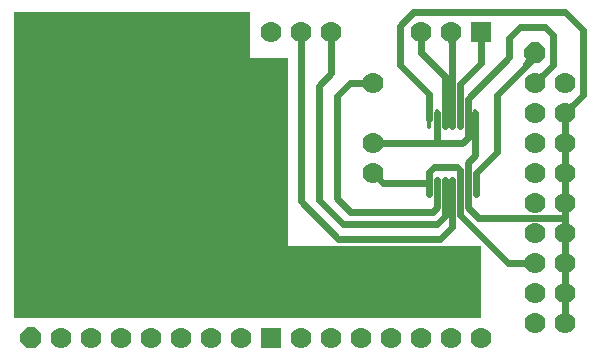
<source format=gtl>
%FSLAX25Y25*%
%MOIN*%
G70*
G01*
G75*
G04 Layer_Physical_Order=1*
G04 Layer_Color=255*
%ADD10C,0.02400*%
%ADD11O,0.01378X0.06693*%
%ADD12R,0.21000X0.69000*%
%ADD13R,1.05500X0.24000*%
%ADD14R,0.78500X1.02000*%
%ADD15C,0.07000*%
%ADD16P,0.07577X8X22.5*%
%ADD17R,0.07000X0.07000*%
%ADD18P,0.07577X8X292.5*%
D10*
X506678Y172219D02*
G03*
X507597Y174438I-2219J2219D01*
G01*
D02*
G03*
X508517Y172219I3139J0D01*
G01*
X506678Y182219D02*
G03*
X507597Y184438I-2219J2219D01*
G01*
D02*
G03*
X508517Y182219I3139J0D01*
G01*
Y180380D02*
G03*
X507597Y178161I2219J-2219D01*
G01*
D02*
G03*
X506678Y180380I-3139J0D01*
G01*
Y192219D02*
G03*
X507597Y194438I-2219J2219D01*
G01*
D02*
G03*
X508517Y192219I3139J0D01*
G01*
Y190380D02*
G03*
X507597Y188161I2219J-2219D01*
G01*
D02*
G03*
X506678Y190380I-3139J0D01*
G01*
X496678D02*
G03*
X494459Y191300I-2219J-2219D01*
G01*
D02*
G03*
X496678Y192219I0J3139D01*
G01*
X508517Y200380D02*
G03*
X507597Y198161I2219J-2219D01*
G01*
D02*
G03*
X506678Y200380I-3139J0D01*
G01*
Y202219D02*
G03*
X507597Y204438I-2219J2219D01*
G01*
D02*
G03*
X508517Y202219I3139J0D01*
G01*
X506678Y212219D02*
G03*
X507597Y214438I-2219J2219D01*
G01*
D02*
G03*
X508517Y212219I3139J0D01*
G01*
Y210380D02*
G03*
X507597Y208161I2219J-2219D01*
G01*
D02*
G03*
X506678Y210380I-3139J0D01*
G01*
Y222219D02*
G03*
X507597Y224438I-2219J2219D01*
G01*
D02*
G03*
X508517Y222219I3139J0D01*
G01*
Y220380D02*
G03*
X507597Y218161I2219J-2219D01*
G01*
D02*
G03*
X506678Y220380I-3139J0D01*
G01*
X508517Y230380D02*
G03*
X507597Y228161I2219J-2219D01*
G01*
D02*
G03*
X506678Y230380I-3139J0D01*
G01*
Y232219D02*
G03*
X507597Y234438I-2219J2219D01*
G01*
D02*
G03*
X508517Y232219I3139J0D01*
G01*
X507597Y242600D02*
G03*
X509817Y243519I0J3139D01*
G01*
D02*
G03*
X508897Y241300I2219J-2219D01*
G01*
X508517Y240380D02*
G03*
X507597Y238161I2219J-2219D01*
G01*
D02*
G03*
X506678Y240380I-3139J0D01*
G01*
X497597Y252600D02*
G03*
X499817Y253519I0J3139D01*
G01*
D02*
G03*
X498897Y251300I2219J-2219D01*
G01*
X494528Y257028D02*
G03*
X496297Y261300I-4272J4272D01*
G01*
X480516Y267380D02*
G03*
X479597Y265161I2219J-2219D01*
G01*
D02*
G03*
X478678Y267380I-3139J0D01*
G01*
X470000Y264189D02*
G03*
X468678Y267380I-4513J0D01*
G01*
X460517D02*
G03*
X459597Y265161I2219J-2219D01*
G01*
D02*
G03*
X458678Y267380I-3139J0D01*
G01*
X430516D02*
G03*
X429597Y265161I2219J-2219D01*
G01*
D02*
G03*
X428678Y267380I-3139J0D01*
G01*
X420516D02*
G03*
X419597Y265161I2219J-2219D01*
G01*
D02*
G03*
X418678Y267380I-3139J0D01*
G01*
X444897Y221300D02*
G03*
X445817Y219080I3139J0D01*
G01*
D02*
G03*
X443597Y220000I-2219J-2219D01*
G01*
X444517Y232219D02*
G03*
X446736Y231300I2219J2219D01*
G01*
D02*
G03*
X444517Y230380I0J-3139D01*
G01*
X442678Y250380D02*
G03*
X440459Y251300I-2219J-2219D01*
G01*
D02*
G03*
X442678Y252219I0J3139D01*
G01*
X478000Y214500D02*
Y221500D01*
X446838Y218059D02*
X462323D01*
X501000Y270000D02*
X503500Y267500D01*
Y257202D02*
Y267500D01*
X497597Y251300D02*
X503500Y257202D01*
X467441Y216779D02*
Y219000D01*
Y206941D02*
Y216779D01*
X470000D02*
Y219000D01*
Y203500D02*
Y216779D01*
X472559Y239220D02*
Y251059D01*
Y237000D02*
Y239220D01*
X462323Y218059D02*
Y221823D01*
Y216779D02*
Y218059D01*
Y214500D02*
Y216779D01*
X464882D02*
Y219000D01*
Y209882D02*
Y216779D01*
X470000Y239220D02*
Y266500D01*
Y237000D02*
Y239220D01*
X464882D02*
Y241500D01*
Y232382D02*
Y239220D01*
X467441D02*
Y253559D01*
Y237000D02*
Y239220D01*
X477677D02*
Y241500D01*
Y227177D02*
Y239220D01*
X419597Y211903D02*
Y268300D01*
Y211903D02*
X432000Y199500D01*
X466000D01*
X488700Y191300D02*
X497597D01*
X472559Y207441D02*
X488700Y191300D01*
X472559Y207441D02*
Y216779D01*
X478700Y206300D02*
X507397D01*
X475118Y209882D02*
X478700Y206300D01*
X507597Y191300D02*
Y201300D01*
X475118Y209882D02*
Y216779D01*
Y224618D02*
X477677Y227177D01*
X475118Y216779D02*
Y224618D01*
X471500Y223500D02*
X472559Y222441D01*
X464000Y223500D02*
X471500D01*
X462323Y221823D02*
X464000Y223500D01*
X472559Y216779D02*
Y222441D01*
X463500Y208500D02*
X464882Y209882D01*
X436000Y208500D02*
X463500D01*
X465000Y204500D02*
X467441Y206941D01*
X433500Y204500D02*
X465000D01*
X459597Y261403D02*
X467441Y253559D01*
X469597Y266903D02*
X470000Y266500D01*
X469597Y266903D02*
Y268300D01*
X475118Y233118D02*
Y239220D01*
X473300Y231300D02*
X475118Y233118D01*
X463800Y231300D02*
X473300D01*
X463800D02*
X464882Y232382D01*
X443597Y231300D02*
X463800D01*
X459597Y261403D02*
Y268300D01*
X431500Y213000D02*
X436000Y208500D01*
X431500Y213000D02*
Y247000D01*
X435800Y251300D01*
X443597D01*
X425500Y212500D02*
X433500Y204500D01*
X466000Y199500D02*
X470000Y203500D01*
X425500Y212500D02*
Y250500D01*
X429597Y254597D01*
Y268300D01*
X507597Y171300D02*
Y181300D01*
Y191300D01*
Y201300D02*
Y211300D01*
Y221300D01*
Y231300D01*
Y241300D01*
X443597Y221300D02*
X446838Y218059D01*
X485000Y247500D02*
X497597Y260097D01*
Y261300D01*
X489000Y266500D02*
X492500Y270000D01*
X501000D01*
X507597Y241300D02*
X513500Y247202D01*
Y269000D01*
X507500Y275000D02*
X513500Y269000D01*
X452500Y270500D02*
X457000Y275000D01*
X507500D01*
X489000Y260000D02*
Y266500D01*
X475118Y239220D02*
Y246118D01*
X489000Y260000D01*
X472559Y251059D02*
X479597Y258097D01*
Y268300D01*
X478000Y221500D02*
X485000Y228500D01*
Y247500D01*
X452500Y257500D02*
Y270500D01*
Y257500D02*
X462323Y247677D01*
Y239220D02*
Y247677D01*
D11*
X477677Y239220D02*
D03*
X475118D02*
D03*
X472559D02*
D03*
X470000D02*
D03*
X467441D02*
D03*
X464882D02*
D03*
X462323D02*
D03*
X477677Y216779D02*
D03*
X475118D02*
D03*
X472559D02*
D03*
X470000D02*
D03*
X467441D02*
D03*
X464882D02*
D03*
X462323D02*
D03*
D12*
X405000Y225500D02*
D03*
D13*
X426750Y185000D02*
D03*
D14*
X363250Y224000D02*
D03*
D15*
X399597Y166300D02*
D03*
X389597D02*
D03*
X379597D02*
D03*
X369597D02*
D03*
X359597D02*
D03*
X349597D02*
D03*
X339597D02*
D03*
X479597D02*
D03*
X469597D02*
D03*
X459597D02*
D03*
X449597D02*
D03*
X439597D02*
D03*
X429597D02*
D03*
X419597D02*
D03*
X443597Y251300D02*
D03*
Y231300D02*
D03*
Y221300D02*
D03*
X409597Y268300D02*
D03*
X419597D02*
D03*
X429597D02*
D03*
X459597D02*
D03*
X469597D02*
D03*
X497597Y251300D02*
D03*
X507597D02*
D03*
X497597Y241300D02*
D03*
X507597D02*
D03*
X497597Y231300D02*
D03*
X507597D02*
D03*
X497597Y221300D02*
D03*
X507597D02*
D03*
X497597Y211300D02*
D03*
X507597D02*
D03*
X497597Y201300D02*
D03*
X507597D02*
D03*
X497597Y191300D02*
D03*
X507597D02*
D03*
X497597Y181300D02*
D03*
X507597D02*
D03*
X497597Y171300D02*
D03*
X507597D02*
D03*
D16*
X329597Y166300D02*
D03*
D17*
X409597D02*
D03*
X479597Y268300D02*
D03*
D18*
X497597Y261300D02*
D03*
M02*

</source>
